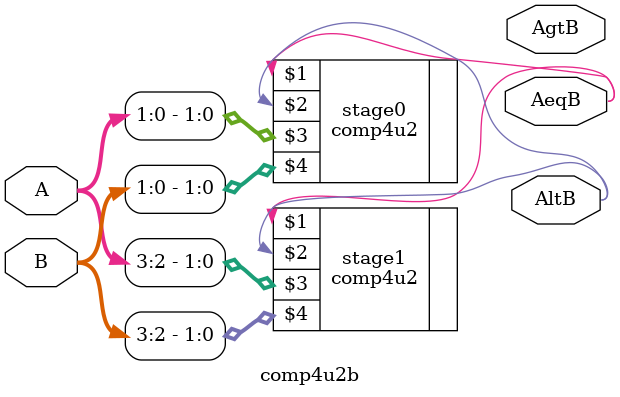
<source format=v>
module comp4u2b(AeqB,AltB,AgtB,A,B);
input [4:0]A,B;
	wire  [4:0]i;
	output AeqB,AltB,AgtB;
comp4u2 stage0 (AeqB,AltB,A[1:0],B[1:0]);
comp4u2 stage1 (AeqB,AltB,A[3:2],B[3:2]);
endmodule

</source>
